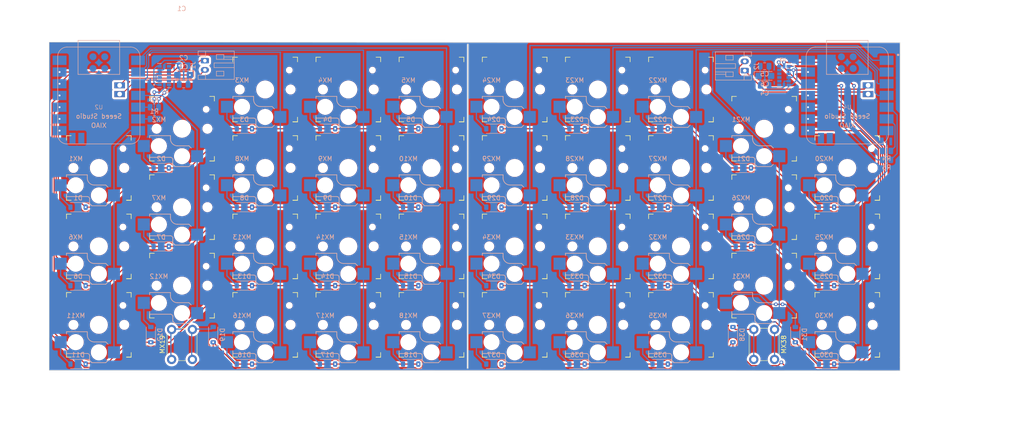
<source format=kicad_pcb>
(kicad_pcb (version 20221018) (generator pcbnew)
  (layers (0 "F.Cu" signal) (31 "B.Cu" signal) (34 "B.Paste" user) (35 "F.Paste" user) (36 "B.SilkS" user "B.Silkscreen") (37 "F.SilkS" user "F.Silkscreen") (38 "B.Mask" user) (39 "F.Mask" user) (44 "Edge.Cuts" user))
  (net 0 "")
  (net 1 "/Row0")
  (net 2 "Net-(D1-A)")
  (net 3 "Net-(D2-A)")
  (net 4 "Net-(D3-A)")
  (net 5 "Net-(D4-A)")
  (net 6 "Net-(D5-A)")
  (net 7 "/Row1")
  (net 8 "Net-(D6-A)")
  (net 9 "Net-(D7-A)")
  (net 10 "Net-(D8-A)")
  (net 11 "Net-(D9-A)")
  (net 12 "Net-(D10-A)")
  (net 13 "/Row2")
  (net 14 "Net-(D11-A)")
  (net 15 "Net-(D12-A)")
  (net 16 "Net-(D13-A)")
  (net 17 "Net-(D14-A)")
  (net 18 "Net-(D15-A)")
  (net 19 "/Row3")
  (net 20 "Net-(D16-A)")
  (net 21 "Net-(D17-A)")
  (net 22 "Net-(D18-A)")
  (net 23 "/Bat-")
  (net 24 "/Bat+")
  (net 25 "/Col0")
  (net 26 "/Col1")
  (net 27 "/Col2")
  (net 28 "/Col3")
  (net 29 "/Col4")
  (net 30 "/SCL")
  (net 31 "Net-(U2-P0.05_A5_D5_SCL)")
  (net 32 "/SDA")
  (net 33 "Net-(U2-P0.04_A4_D4_SDA)")
  (net 35 "GND")
  (net 37 "+3.3V")
  (net 49 "Net-(D19-A)")
  (net 50 "+3.3VA")
  (net 51 "GND1")
  (net 52 "/Row0B")
  (net 53 "Net-(D20-A)")
  (net 54 "/Row1B")
  (net 55 "Net-(D21-A)")
  (net 56 "/Row2B")
  (net 57 "Net-(D22-A)")
  (net 58 "Net-(D23-A)")
  (net 59 "Net-(D24-A)")
  (net 60 "Net-(D25-A)")
  (net 61 "/Row3B")
  (net 62 "Net-(D26-A)")
  (net 63 "Net-(D27-A)")
  (net 64 "Net-(D28-A)")
  (net 65 "Net-(D29-A)")
  (net 66 "Net-(D30-A)")
  (net 67 "Net-(D31-A)")
  (net 68 "Net-(D32-A)")
  (net 69 "Net-(D33-A)")
  (net 70 "Net-(D34-A)")
  (net 71 "Net-(D35-A)")
  (net 72 "Net-(D36-A)")
  (net 73 "Net-(D37-A)")
  (net 74 "Net-(D38-A)")
  (net 75 "/Bat-B")
  (net 76 "/Bat+B")
  (net 77 "/Col0B")
  (net 78 "/Col1B")
  (net 79 "/Col2B")
  (net 80 "/Col3B")
  (net 81 "/Col4B")
  (net 82 "/SDAB")
  (net 83 "Net-(U4-P0.04_A4_D4_SDA)")
  (net 84 "/SCLB")
  (net 85 "Net-(U4-P0.05_A5_D5_SCL)")
  (footprint "keySwitches:Kailh_socket_PG1350" (layer "F.Cu") (at 54 76.5)
    (fp_text reference "MX12")
    (fp_text value "MX-NoLED")
  )
  (footprint "keySwitches:Kailh_socket_PG1350" (layer "F.Cu") (at 36 68)
    (fp_text reference "MX6")
    (fp_text value "MX-NoLED")
  )
  (footprint "keySwitches:Kailh_socket_PG1350" (layer "F.Cu") (at 108 68)
    (fp_text reference "MX15")
    (fp_text value "MX-NoLED")
  )
  (footprint "keySwitches:Kailh_socket_PG1350" (layer "F.Cu") (at 180 76.5)
    (fp_text reference "MX31")
    (fp_text value "MX-NoLED")
  )
  (footprint "keySwitches:Kailh_socket_PG1350" (layer "F.Cu") (at 162 51)
    (fp_text reference "MX27")
    (fp_text value "MX-NoLED")
  )
  (footprint "keySwitches:Kailh_socket_PG1350" (layer "F.Cu") (at 108 34)
    (fp_text reference "MX5")
    (fp_text value "MX-NoLED")
  )
  (footprint "keySwitches:Kailh_socket_PG1350" (layer "F.Cu") (at 36 85)
    (fp_text reference "MX11")
    (fp_text value "MX-NoLED")
  )
  (footprint "Button_Switch_THT:SW_PUSH_6mm" (layer "F.Cu") (at 51.75 92.5 90)
    (fp_text reference "MX19")
    (fp_text value "MX-NoLED")
  )
  (footprint "keySwitches:Kailh_socket_PG1350" (layer "F.Cu") (at 126 51)
    (fp_text reference "MX29")
    (fp_text value "MX-NoLED")
  )
  (footprint "keySwitches:Kailh_socket_PG1350" (layer "F.Cu") (at 72 85)
    (fp_text reference "MX16")
    (fp_text value "MX-NoLED")
  )
  (footprint "Button_Switch_THT:SW_PUSH_6mm" (layer "F.Cu") (at 182.25 86 -90)
    (fp_text reference "MX38")
    (fp_text value "MX-NoLED")
  )
  (footprint "keySwitches:Kailh_socket_PG1350" (layer "F.Cu") (at 54 42.5)
    (fp_text reference "MX2")
    (fp_text value "MX-NoLED")
  )
  (footprint "keySwitches:Kailh_socket_PG1350" (layer "F.Cu") (at 108 51)
    (fp_text reference "MX10")
    (fp_text value "MX-NoLED")
  )
  (footprint "keySwitches:Kailh_socket_PG1350" (layer "F.Cu") (at 198 85)
    (fp_text reference "MX30")
    (fp_text value "MX-NoLED")
  )
  (footprint "keySwitches:Kailh_socket_PG1350" (layer "F.Cu") (at 126 68)
    (fp_text reference "MX34")
    (fp_text value "MX-NoLED")
  )
  (footprint "keySwitches:Kailh_socket_PG1350" (layer "F.Cu") (at 72 34)
    (fp_text reference "MX3")
    (fp_text value "MX-NoLED")
  )
  (footprint "keySwitches:Kailh_socket_PG1350" (layer "F.Cu") (at 180 42.5)
    (fp_text reference "MX21")
    (fp_text value "MX-NoLED")
  )
  (footprint "keySwitches:Kailh_socket_PG1350" (layer "F.Cu") (at 198 51)
    (fp_text reference "MX20")
    (fp_text value "MX-NoLED")
  )
  (footprint "keySwitches:Kailh_socket_PG1350" (layer "F.Cu") (at 54 59.5)
    (fp_text reference "MX7")
    (fp_text value "MX-NoLED")
  )
  (footprint "keySwitches:Kailh_socket_PG1350" (layer "F.Cu") (at 162 68)
    (fp_text reference "MX32")
    (fp_text value "MX-NoLED")
  )
  (footprint "keySwitches:Kailh_socket_PG1350" (layer "F.Cu") (at 72 68)
    (fp_text reference "MX13")
    (fp_text value "MX-NoLED")
  )
  (footprint "keySwitches:Kailh_socket_PG1350" (layer "F.Cu") (at 162 85)
    (fp_text reference "MX35")
    (fp_text value "MX-NoLED")
  )
  (footprint "keySwitches:Kailh_socket_PG1350" (layer "F.Cu") (at 144 68)
    (fp_text reference "MX33")
    (fp_text value "MX-NoLED")
  )
  (footprint "keySwitches:Kailh_socket_PG1350" (layer "F.Cu") (at 198 68)
    (fp_text reference "MX25")
    (fp_text value "MX-NoLED")
  )
  (footprint "keySwitches:Kailh_socket_PG1350" (layer "F.Cu") (at 90 68)
    (fp_text reference "MX14")
    (fp_text value "MX-NoLED")
  )
  (footprint "keySwitches:Kailh_socket_PG1350" (layer "F.Cu") (at 36 51)
    (fp_text reference "MX1")
    (fp_text value "MX-NoLED")
  )
  (footprint "keySwitches:Kailh_socket_PG1350" (layer "F.Cu") (at 72 51)
    (fp_text reference "MX8")
    (fp_text value "MX-NoLED")
  )
  (footprint "keySwitches:Kailh_socket_PG1350" (layer "F.Cu") (at 126 85)
    (fp_text reference "MX37")
    (fp_text value "MX-NoLED")
  )
  (footprint "keySwitches:Kailh_socket_PG1350" (layer "F.Cu") (at 144 51)
    (fp_text reference "MX28")
    (fp_text value "MX-NoLED")
  )
  (footprint "keySwitches:Kailh_socket_PG1350" (layer "F.Cu") (at 90 51)
    (fp_text reference "MX9")
    (fp_text value "MX-NoLED")
  )
  (footprint "keySwitches:Kailh_socket_PG1350" (layer "F.Cu") (at 144 34)
    (fp_text reference "MX23")
    (fp_text value "MX-NoLED")
  )
  (footprint "keySwitches:Kailh_socket_PG1350" (layer "F.Cu") (at 144 85)
    (fp_text reference "MX36")
    (fp_text value "MX-NoLED")
  )
  (footprint "keySwitches:Kailh_socket_PG1350" (layer "F.Cu") (at 90 85)
    (fp_text reference "MX17")
    (fp_text value "MX-NoLED")
  )
  (footprint "keySwitches:Kailh_socket_PG1350" (layer "F.Cu") (at 108 85)
    (fp_text reference "MX18")
    (fp_text value "MX-NoLED")
  )
  (footprint "keySwitches:Kailh_socket_PG1350" (layer "F.Cu") (at 90 34)
    (fp_text reference "MX4")
    (fp_text value "MX-NoLED")
  )
  (footprint "keySwitches:Kailh_socket_PG1350" (layer "F.Cu") (at 126 34)
    (fp_text reference "MX24")
    (fp_text value "MX-NoLED")
  )
  (footprint "keySwitches:Kailh_socket_PG1350" (layer "F.Cu") (at 162 34)
    (fp_text reference "MX22")
    (fp_text value "MX-NoLED")
  )
  (footprint "keySwitches:Kailh_socket_PG1350" (layer "F.Cu") (at 180 59.5)
    (fp_text reference "MX26")
    (fp_text value "MX-NoLED")
  )
  (footprint "Diode_SMD:D_SOD-123" (layer "B.Cu") (at 139.5 93.5 180)
    (fp_text reference "D36")
    (fp_text value "D_Small")
  )
  (footprint "Diode_SMD:D_SOD-123" (layer "B.Cu") (at 67.5 59.5 180)
    (fp_text reference "D8")
    (fp_text value "D_Small")
  )
  (footprint "Diode_SMD:D_SOD-123" (layer "B.Cu") (at 193.5 76.5 180)
    (fp_text reference "D25")
    (fp_text value "D_Small")
  )
  (footprint "Connector_JST:JST_PH_S2B-PH-K_1x02_P2.00mm_Horizontal" (layer "B.Cu") (at 175.8 29.9 90)
    (fp_text reference "J2")
    (fp_text value "Conn_01x02")
  )
  (footprint "Diode_SMD:D_SOD-123" (layer "B.Cu") (at 157.5 59.5 180)
    (fp_text reference "D27")
    (fp_text value "D_Small")
  )
  (footprint "Diode_SMD:D_SOD-123" (layer "B.Cu") (at 47.25 87.125 90)
    (fp_text reference "D12")
    (fp_text value "D_Small")
  )
  (footprint "Diode_SMD:D_SOD-123" (layer "B.Cu") (at 31.5 59.5 180)
    (fp_text reference "D1")
    (fp_text value "D_Small")
  )
  (footprint "Capacitor_Tantalum_SMD:CP_EIA-3216-18_Kemet-A" (layer "B.Cu") (at 180.15 31.05)
    (fp_text reference "C6")
    (fp_text value "C_Polarized_US")
  )
  (footprint "Diode_SMD:D_SOD-123" (layer "B.Cu") (at 31.5 76.5 180)
    (fp_text reference "D6")
    (fp_text value "D_Small")
  )
  (footprint "Diode_SMD:D_SOD-123" (layer "B.Cu") (at 85.5 59.5 180)
    (fp_text reference "D9")
    (fp_text value "D_Small")
  )
  (footprint "Diode_SMD:D_SOD-123" (layer "B.Cu") (at 121.5 42.5 180)
    (fp_text reference "D24")
    (fp_text value "D_Small")
  )
  (footprint "Diode_SMD:D_SOD-123" (layer "B.Cu") (at 173.25 87.125 90)
    (fp_text reference "D38")
    (fp_text value "D_Small")
  )
  (footprint "Diode_SMD:D_SOD-123" (layer "B.Cu") (at 157.5 93.5 180)
    (fp_text reference "D35")
    (fp_text value "D_Small")
  )
  (footprint "Diode_SMD:D_SOD-123" (layer "B.Cu") (at 193.5 59.5 180)
    (fp_text reference "D20")
    (fp_text value "D_Small")
  )
  (footprint "Capacitor_SMD:C_0805_2012Metric" (layer "B.Cu") (at 180.1 28.95)
    (fp_text reference "C5")
    (fp_text value "C")
  )
  (footprint "ADXL345:PQFN80P500X300X100-14N" (layer "B.Cu") (at 50.165 30.988)
    (fp_text reference "U1")
    (fp_text value "ADXL345")
  )
  (footprint "Diode_SMD:D_SOD-123" (layer "B.Cu") (at 139.5 59.5 180)
    (fp_text reference "D28")
    (fp_text value "D_Small")
  )
  (footprint "Diode_SMD:D_SOD-123" (layer "B.Cu") (at 60.75 87.125 90)
    (fp_text reference "D19")
    (fp_text value "D_Small")
  )
  (footprint "Diode_SMD:D_SOD-123" (layer "B.Cu") (at 67.5 76.5 180)
    (fp_text reference "D13")
    (fp_text value "D_Small")
  )
  (footprint "Diode_SMD:D_SOD-123" (layer "B.Cu") (at 139.5 42.5 180)
    (fp_text reference "D23")
    (fp_text value "D_Small")
  )
  (footprint "Capacitor_SMD:C_0805_2012Metric" (layer "B.Cu") (at 54.356 28.829 180)
    (fp_text reference "C2")
    (fp_text value "C")
  )
  (footprint "Diode_SMD:D_SOD-123" (layer "B.Cu") (at 67.5 42.5 180)
    (fp_text reference "D3")
    (fp_text value "D_Small")
  )
  (footprint "Seeed Studio XIAO Series Library:XIAO-nRF52840-Sense-14P-2.54-21X17.8MM" (layer "B.Cu") (at 36 35.295 180)
    (fp_text reference "U2")
    (fp_text value "Seeed Studio XIAO nRF52840" hide)
  )
  (footprint "Diode_SMD:D_SOD-123" (layer "B.Cu") (at 85.5 93.5 180)
    (fp_text reference "D17")
    (fp_text value "D_Small")
  )
  (footprint "Capacitor_Tantalum_SMD:CP_EIA-3216-18_Kemet-A" (layer "B.Cu") (at 54.356 30.861 180)
    (fp_text reference "C3")
    (fp_text value "C_Polarized_US")
  )
  (footprint "Diode_SMD:D_SOD-123" (layer "B.Cu") (at 103.5 76.5 180)
    (fp_text reference "D15")
    (fp_text value "D_Small")
  )
  (footprint "Resistor_SMD:R_0805_2012Metric" (layer "B.Cu") (at 206.5 49.25)
    (fp_text reference "R3")
    (fp_text value "R")
  )
  (footprint "Resistor_SMD:R_0805_2012Metric" (layer "B.Cu") (at 48.006 37.846 180)
    (fp_text reference "R2")
    (fp_text value "R")
  )
  (footprint "Diode_SMD:D_SOD-123" (layer "B.Cu") (at 121.5 76.5 180)
    (fp_text reference "D34")
    (fp_text value "D_Small")
  )
  (footprint "Seeed Studio XIAO Series Library:XIAO-nRF52840-Sense-14P-2.54-21X17.8MM" (layer "B.Cu") (at 198 35.295 180)
    (fp_text reference "U4")
    (fp_text value "Seeed Studio XIAO nRF52840" hide)
  )
  (footprint "Diode_SMD:D_SOD-123" (layer "B.Cu") (at 157.5 76.5 180)
    (fp_text reference "D32")
    (fp_text value "D_Small")
  )
  (footprint "Diode_SMD:D_SOD-123" (layer "B.Cu") (at 103.5 93.5 180)
    (fp_text reference "D18")
    (fp_text value "D_Small")
  )
  (footprint "Diode_SMD:D_SOD-123" (layer "B.Cu") (at 85.5 42.5 180)
    (fp_text reference "D4")
    (fp_text value "D_Small")
  )
  (footprint "Diode_SMD:D_SOD-123" (layer "B.Cu") (at 175.5 51 180)
    (fp_text reference "D21")
    (fp_text value "D_Small")
  )
  (footprint "Diode_SMD:D_SOD-123" (layer "B.Cu") (at 121.5 59.5 180)
    (fp_text reference "D29")
    (fp_text value "D_Small")
  )
  (footprint "Diode_SMD:D_SOD-123" (layer "B.Cu") (at 67.5 93.5 180)
    (fp_text reference "D16")
    (fp_text value "D_Small")
  )
  (footprint "Diode_SMD:D_SOD-123" (layer "B.Cu") (at 139.5 76.5 180)
    (fp_text reference "D33")
    (fp_text value "D_Small")
  )
  (footprint "ADXL345:PQFN80P500X300X100-14N" (layer "B.Cu") (at 184.3 30.988 180)
    (fp_text reference "U3")
    (fp_text value "ADXL345")
  )
  (footprint "Diode_SMD:D_SOD-123" (layer "B.Cu") (at 193.5 93.5 180)
    (fp_text reference "D30")
    (fp_text value "D_Small")
  )
  (footprint "Diode_SMD:D_SOD-123" (layer "B.Cu") (at 49.5 68 180)
    (fp_text reference "D7")
    (fp_text value "D_Small")
  )
  (footprint "Resistor_SMD:R_0805_2012Metric" (layer "B.Cu") (at 48.006 40.386 180)
    (fp_text reference "R1")
    (fp_text value "R")
  )
  (footprint "Diode_SMD:D_SOD-123" (layer "B.Cu") (at 121.5 93.5 180)
    (fp_text reference "D37")
    (fp_text value "D_Small")
  )
  (footprint "Diode_SMD:D_SOD-123" (layer "B.Cu") (at 31.5 93.5 180)
    (fp_text reference "D11")
    (fp_text value "D_Small")
  )
  (footprint "Capacitor_SMD:C_0805_2012Metric" (layer "B.Cu") (at 180.1 33.1)
    (fp_text reference "C4")
    (fp_text value "C")
  )
  (footprint "Diode_SMD:D_SOD-123" (layer "B.Cu") (at 49.5 51 180)
    (fp_text reference "D2")
    (fp_text value "D_Small")
  )
  (footprint "Resistor_SMD:R_0805_2012Metric" (layer "B.Cu") (at 206.5 47.3)
    (fp_text reference "R4")
    (fp_text value "R")
  )
  (footprint "Diode_SMD:D_SOD-123" (layer "B.Cu") (at 175.5 68 180)
    (fp_text reference "D26")
    (fp_text value "D_Small")
  )
  (footprint "Connector_JST:JST_PH_S2B-PH-K_1x02_P2.00mm_Horizontal" (layer "B.Cu") (at 58.95 27.75 -90)
    (fp_text reference "J1")
    (fp_text value "Conn_01x02")
  )
  (footprint "Diode_SMD:D_SOD-123" (layer "B.Cu") (at 157.5 42.5 180)
    (fp_text reference "D22")
    (fp_text value "D_Small")
  )
  (footprint "Diode_SMD:D_SOD-123" (layer "B.Cu") (at 103.5 42.5 180)
    (fp_text reference "D5")
    (fp_text value "D_Small")
  )
  (footprint "Diode_SMD:D_SOD-123" (layer "B.Cu") (at 103.5 59.5 180)
    (fp_text reference "D10")
    (fp_text value "D_Small")
  )
  (footprint "Diode_SMD:D_SOD-123" (layer "B.Cu") (at 85.5 76.5 180)
    (fp_text reference "D14")
    (fp_text value "D_Small")
  )
  (footprint "Diode_SMD:D_SOD-123" (layer "B.Cu") (at 186.75 87.125 90)
    (fp_text reference "D31")
    (fp_text value "D_Small")
  )
  (footprint "Capacitor_SMD:C_0805_2012Metric" (layer "B.Cu") (at 54.356 32.893 180)
    (fp_text reference "C1")
    (fp_text value "C")
  )
  (gr_line (start 25.25 26.7) (end 25.25 23.75) (stroke (width 0.1)) (layer "Edge.Cuts"))
  (gr_line (start 115.7 94.45) (end 115.75 24.15) (stroke (width 0.1)) (layer "Edge.Cuts"))
  (gr_line (start 209.4 23.85) (end 208.45 23.85) (stroke (width 0.1)) (layer "Edge.Cuts"))
  (gr_line (start 209.4 92.05) (end 209.4 94.9) (stroke (width 0.1)) (layer "Edge.Cuts"))
  (gr_line (start 158.55 23.85) (end 208.45 23.85) (stroke (width 0.1)) (layer "Edge.Cuts"))
  (gr_line (start 115.95 89.1) (end 115.95 94.45) (stroke (width 0.1)) (layer "Edge.Cuts"))
  (gr_line (start 25.25 60.9) (end 25.25 26.7) (stroke (width 0.1)) (layer "Edge.Cuts"))
  (gr_line (start 25.25 23.75) (end 25.7 23.75) (stroke (width 0.1)) (layer "Edge.Cuts"))
  (gr_line (start 30.25 94.85) (end 26.05 94.85) (stroke (width 0.1)) (layer "Edge.Cuts"))
  (gr_line (start 115.75 24.15) (end 116 24.15) (stroke (width 0.1)) (layer "Edge.Cuts"))
  (gr_line (start 25.25 94.45) (end 25.25 94.85) (stroke (width 0.1)) (layer "Edge.Cuts"))
  (gr_line (start 190.35 94.9) (end 30.25 94.85) (stroke (width 0.1)) (layer "Edge.Cuts"))
  (gr_line (start 190.35 94.9) (end 208.95 94.9) (stroke (width 0.1)) (layer "Edge.Cuts"))
  (gr_line (start 115.95 94.45) (end 115.7 94.45) (stroke (width 0.1)) (layer "Edge.Cuts"))
  (gr_line (start 209.4 40.7) (end 209.4 92.05) (stroke (width 0.1)) (layer "Edge.Cuts"))
  (gr_line (start 25.25 60.9) (end 25.25 94.45) (stroke (width 0.1)) (layer "Edge.Cuts"))
  (gr_line (start 116 24.15) (end 115.95 89.1) (stroke (width 0.1)) (layer "Edge.Cuts"))
  (gr_line (start 209.4 94.9) (end 208.95 94.9) (stroke (width 0.1)) (layer "Edge.Cuts"))
  (gr_line (start 209.4 40.7) (end 209.4 23.85) (stroke (width 0.1)) (layer "Edge.Cuts"))
  (gr_line (start 25.25 94.85) (end 26.05 94.85) (stroke (width 0.1)) (layer "Edge.Cuts"))
  (gr_line (start 158.55 23.85) (end 25.7 23.75) (stroke (width 0.1)) (layer "Edge.Cuts"))
  (segment (start 46.15 51) (end 37.65 59.5) (width 0.25) (layer "F.Cu") (net 1))
  (segment (start 33.15 59.5) (end 33.09835 59.5) (width 0.25) (layer "F.Cu") (net 1))
  (segment (start 27.225 43.19) (end 27.5 42.915) (width 0.25) (layer "F.Cu") (net 1))
  (segment (start 87.15 42.5) (end 69.15 42.5) (width 0.25) (layer "F.Cu") (net 1))
  (segment (start 51.15 51) (end 46.15 51) (width 0.25) (layer "F.Cu") (net 1))
  (segment (start 69.15 42.5) (end 64.15 42.5) (width 0.25) (layer "F.Cu") (net 1))
  (segment (start 27.225 53.62665) (end 27.225 43.19) (width 0.25) (layer "F.Cu") (net 1))
  (segment (start 37.65 59.5) (end 33.15 59.5) (width 0.25) (layer "F.Cu") (net 1))
  (segment (start 64.15 42.5) (end 55.65 51) (width 0.25) (layer "F.Cu") (net 1))
  (segment (start 33.09835 59.5) (end 27.225 53.62665) (width 0.25) (layer "F.Cu") (net 1))
  (segment (start 55.65 51) (end 51.15 51) (width 0.25) (layer "F.Cu") (net 1))
  (segment (start 105.15 42.5) (end 87.15 42.5) (width 0.25) (layer "F.Cu") (net 1))
  (via (at 87.15 42.5) (size 0.8) (drill 0.4) (layers "F.Cu" "B.Cu") (net 1))
  (via (at 27.5 42.915) (size 0.8) (drill 0.4) (layers "F.Cu" "B.Cu") (net 1))
  (via (at 51.15 51) (size 0.8) (drill 0.4) (layers "F.Cu" "B.Cu") (net 1))
  (via (at 69.15 42.5) (size 0.8) (drill 0.4) (layers "F.Cu" "B.Cu") (net 1))
  (via (at 33.15 59.5) (size 0.8) (drill 0.4) (layers "F.Cu" "B.Cu") (net 1))
  (via (at 105.15 42.5) (size 0.8) (drill 0.4) (layers "F.Cu" "B.Cu") (net 1))
  (segment (start 27.725 57.375) (end 29.85 59.5) (width 0.25) (layer "B.Cu") (net 2))
  (segment (start 27.725 54.75) (end 27.725 57.375) (width 0.25) (layer "B.Cu") (net 2))
  (segment (start 45.725 48.875) (end 47.85 51) (width 0.25) (layer "B.Cu") (net 3))
  (segment (start 45.725 46.25) (end 45.725 48.875) (width 0.25) (layer "B.Cu") (net 3))
  (segment (start 63.725 37.75) (end 63.725 40.375) (width 0.25) (layer "B.Cu") (net 4))
  (segment (start 63.725 40.375) (end 65.85 42.5) (width 0.25) (layer "B.Cu") (net 4))
  (segment (start 81.725 37.75) (end 81.725 40.375) (width 0.25) (layer "B.Cu") (net 5))
  (segment (start 81.725 40.375) (end 83.85 42.5) (width 0.25) (layer "B.Cu") (net 5))
  (segment (start 99.725 40.375) (end 101.85 42.5) (width 0.25) (layer "B.Cu") (net 6))
  (segment (start 99.725 37.75) (end 99.725 40.375) (width 0.25) (layer "B.Cu") (net 6))
  (segment (start 64.15 59.5) (end 55.65 68) (width 0.25) (layer "F.Cu") (net 7))
  (segment (start 26.775 41.1) (end 27.5 40.375) (width 0.25) (layer "F.Cu") (net 7))
  (segment (start 33.09835 76.5) (end 26.775 70.17665) (width 0.25) (layer "F.Cu") (net 7))
  (segment (start 33.15 76.5) (end 33.09835 76.5) (width 0.25) (layer "F.Cu") (net 7))
  (segment (start 55.65 68) (end 51.15 68) (width 0.25) (layer "F.Cu") (net 7))
  (segment (start 51.15 68) (end 46.15 68) (width 0.25) (layer "F.Cu") (net 7))
  (segment (start 46.15 68) (end 37.65 76.5) (width 0.25) (layer "F.Cu") (net 7))
  (segment (start 105.15 59.5) (end 87.15 59.5) (width 0.25) (layer "F.Cu") (net 7))
  (segment (start 69.15 59.5) (end 64.15 59.5) (width 0.25) (layer "F.Cu") (net 7))
  (segment (start 37.65 76.5) (end 33.15 76.5) (width 0.25) (layer "F.Cu") (net 7))
  (segment (start 26.775 70.17665) (end 26.775 41.1) (width 0.25) (layer "F.Cu") (net 7))
  (segment (start 87.15 59.5) (end 69.15 59.5) (width 0.25) (layer "F.Cu") (net 7))
  (via (at 87.15 59.5) (size 0.8) (drill 0.4) (layers "F.Cu" "B.Cu") (net 7))
  (via (at 69.15 59.5) (size 0.8) (drill 0.4) (layers "F.Cu" "B.Cu") (net 7))
  (via (at 105.15 59.5) (size 0.8) (drill 0.4) (layers "F.Cu" "B.Cu") (net 7))
  (via (at 51.15 68) (size 0.8) (drill 0.4) (layers "F.Cu" "B.Cu") (net 7))
  (via (at 33.15 76.5) (size 0.8) (drill 0.4) (layers "F.Cu" "B.Cu") (net 7))
  (via (at 27.5 40.375) (size 0.8) (drill 0.4) (layers "F.Cu" "B.Cu") (net 7))
  (segment (start 27.725 74.375) (end 29.85 76.5) (width 0.25) (layer "B.Cu") (net 8))
  (segment (start 27.725 71.75) (end 27.725 74.375) (width 0.25) (layer "B.Cu") (net 8))
  (segment (start 45.725 63.25) (end 45.725 65.875) (width 0.25) (layer "B.Cu") (net 9))
  (segment (start 45.725 65.875) (end 47.85 68) (width 0.25) (layer "B.Cu") (net 9))
  (segment (start 63.725 57.375) (end 65.85 59.5) (width 0.25) (layer "B.Cu") (net 10))
  (segment (start 63.725 54.75) (end 63.725 57.375) (width 0.25) (layer "B.Cu") (net 10))
  (segment (start 81.725 54.75) (end 81.725 57.375) (width 0.25) (layer "B.Cu") (net 11))
  (segment (start 81.725 57.375) (end 83.85 59.5) (width 0.25) (layer "B.Cu") (net 11))
  (segment (start 99.725 57.375) (end 101.85 59.5) (width 0.25) (layer "B.Cu") (net 12))
  (segment (start 99.725 54.75) (end 99.725 57.375) (width 0.25) (layer "B.Cu") (net 12))
  (segment (start 87.15 76.5) (end 69.15 76.5) (width 0.25) (layer "F.Cu") (net 13))
  (segment (start 37.818277 93.331723) (end 42.375 88.775) (width 0.25) (layer "F.Cu") (net 13))
  (segment (start 26.325 86.72665) (end 26.325 39.01) (width 0.25) (layer "F.Cu") (net 13))
  (segment (start 33.15 93.5) (end 33.318277 93.331723) (width 0.25) (layer "F.Cu") (net 13))
  (segment (start 69.15 76.5) (end 63.628167 76.5) (width 0.25) (layer "F.Cu") (net 13))
  (segment (start 33.15 93.5) (end 33.09835 93.5) (width 0.25) (layer "F.Cu") (net 13))
  (segment (start 26.325 39.01) (end 27.5 37.835) (width 0.25) (layer "F.Cu") (net 13))
  (segment (start 42.375 88.775) (end 47.25 88.775) (width 0.25) (layer "F.Cu") (net 13))
  (segment (start 33.09835 93.5) (end 26.325 86.72665) (width 0.25) (layer "F.Cu") (net 13))
  (segment (start 33.318277 93.331723) (end 37.818277 93.331723) (width 0.25) (layer "F.Cu") (net 13))
  (segment (start 63.628167 76.5) (end 51.353167 88.775) (width 0.25) (layer "F.Cu") (net 13))
  (segment (start 51.353167 88.775) (end 47.25 88.775) (width 0.25) (layer "F.Cu") (net 13))
  (segment (start 105.15 76.5) (end 87.15 76.5) (width 0.25) (layer "F.Cu") (net 13))
  (via (at 87.15 76.5) (size 0.8) (drill 0.4) (layers "F.Cu" "B.Cu") (net 13))
  (via (at 33.15 93.5) (size 0.8) (drill 0.4) (layers "F.Cu" "B.Cu") (net 13))
  (via (at 69.15 76.5) (size 0.8) (drill 0.4) (layers "F.Cu" "B.Cu") (net 13))
  (via (at 47.25 88.775) (size 0.8) (drill 0.4) (layers "F.Cu" "B.Cu") (net 13))
  (via (at 105.15 76.5) (size 0.8) (drill 0.4) (layers "F.Cu" "B.Cu") (net 13))
  (via (at 27.5 37.835) (size 0.8) (drill 0.4) (layers "F.Cu" "B.Cu") (net 13))
  (segment (start 27.725 91.375) (end 29.85 93.5) (width 0.25) (layer "B.Cu") (net 14))
  (segment (start 27.725 88.75) (end 27.725 91.375) (width 0.25) (layer "B.Cu") (net 14))
  (segment (start 45.725 80.25) (end 45.725 83.95) (width 0.25) (layer "B.Cu") (net 15))
  (segment (start 45.725 83.95) (end 47.25 85.475) (width 0.25) (layer "B.Cu") (net 15))
  (segment (start 63.725 74.375) (end 65.85 76.5) (width 0.25) (layer "B.Cu") (net 16))
  (segment (start 63.725 71.75) (end 63.725 74.375) (width 0.25) (layer "B.Cu") (net 16))
  (segment (start 81.725 71.75) (end 81.725 74.375) (width 0.25) (layer "B.Cu") (net 17))
  (segment (start 81.725 74.375) (end 83.85 76.5) (width 0.25) (layer "B.Cu") (net 17))
  (segment (start 99.725 71.75) (end 99.725 74.375) (width 0.25) (layer "B.Cu") (net 18))
  (segment (start 99.725 74.375) (end 101.85 76.5) (width 0.25) (layer "B.Cu") (net 18))
  (segment (start 60.75 88.775) (end 60.75 89.999) (width 0.25) (layer "F.Cu") (net 19))
  (segment (start 60.75 89.999) (end 56.524 94.225) (width 0.25) (layer "F.Cu") (net 19))
  (segment (start 69.15 93.5) (end 65.475 93.5) (width 0.25) (layer "F.Cu") (net 19))
  (segment (start 56.524 94.225) (end 32.849695 94.225) (width 0.25) (layer "F.Cu") (net 19))
  (segment (start 87.15 93.5) (end 69.15 93.5) (width 0.25) (layer "F.Cu") (net 19))
  (segment (start 65.475 93.5) (end 60.75 88.775) (width 0.25) (layer "F.Cu") (net 19))
  (segment (start 32.849695 94.225) (end 25.875 87.250305) (width 0.25) (layer "F.Cu") (net 19))
  (segment (start 25.875 36.92) (end 27.5 35.295) (width 0.25) (layer "F.Cu") (net 19))
  (segment (start 25.875 87.250305) (end 25.875 36.92) (width 0.25) (layer "F.Cu") (net 19))
  (segment (start 105.15 93.5) (end 87.15 93.5) (width 0.25) (layer "F.Cu") (net 19))
  (via (at 105.15 93.5) (size 0.8) (drill 0.4) (layers "F.Cu" "B.Cu") (net 19))
  (via (at 60.75 88.775) (size 0.8) (drill 0.4) (layers "F.Cu" "B.Cu") (net 19))
  (via (at 69.15 93.5) (size 0.8) (drill 0.4) (layers "F.Cu" "B.Cu") (net 19))
  (via (at 27.5 35.295) (size 0.8) (drill 0.4) (layers "F.Cu" "B.Cu") (net 19))
  (via (at 87.15 93.5) (size 0.8) (drill 0.4) (layers "F.Cu" "B.Cu") (net 19))
  (segment (start 63.725 91.375) (end 65.85 93.5) (width 0.25) (layer "B.Cu") (net 20))
  (segment (start 63.725 88.75) (end 63.725 91.375) (width 0.25) (layer "B.Cu") (net 20))
  (segment (start 81.725 91.375) (end 83.85 93.5) (width 0.25) (layer "B.Cu") (net 21))
  (segment (start 81.725 88.75) (end 81.725 91.375) (width 0.25) (layer "B.Cu") (net 21))
  (segment (start 99.725 88.75) (end 99.725 91.375) (width 0.25) (layer "B.Cu") (net 22))
  (segment (start 99.725 91.375) (end 101.85 93.5) (width 0.25) (layer "B.Cu") (net 22))
  (segment (start 56.406 31.15095) (end 56.406 29.256) (width 0.2) (layer "F.Cu") (net 23))
  (segment (start 56.4 29.25) (end 57.9 27.75) (width 0.2) (layer "F.Cu") (net 23))
  (segment (start 55.99595 31.561) (end 56.406 31.15095) (width 0.2) (layer "F.Cu") (net 23))
  (segment (start 42.034 31.561) (end 55.99595 31.561) (width 0.2) (layer "F.Cu") (net 23))
  (segment (start 56.406 29.256) (end 56.4 29.25) (width 0.2) (layer "F.Cu") (net 23))
  (segment (start 40.5 33.095) (end 42.034 31.561) (width 0.2) (layer "F.Cu") (net 23))
  (segment (start 57.9 27.75) (end 58.95 27.75) (width 0.2) (layer "F.Cu") (net 23))
  (segment (start 44.034 31.961) (end 54.05 31.961) (width 0.2) (layer "F.Cu") (net 24))
  (segment (start 41 34.995) (end 44.034 31.961) (width 0.2) (layer "F.Cu") (net 24))
  (segment (start 58.95 29.75) (end 56.739 31.961) (width 0.2) (layer "F.Cu") (net 24))
  (segment (start 40.5 34.995) (end 41 34.995) (width 0.2) (layer "F.Cu") (net 24))
  (segment (start 56.739 31.961) (end 54.05 31.961) (width 0.2) (layer "F.Cu") (net 24))
  (segment (start 39.275 56.95) (end 39.275 46.39) (width 0.25) (layer "B.Cu") (net 25))
  (segment (start 39.275 46.39) (end 42.75 42.915) (width 0.25) (layer "B.Cu") (net 25))
  (segment (start 39.275 73.95) (end 39.275 90.95) (width 0.25) (layer "B.Cu") (net 25))
  (segment (start 42.75 42.915) (end 44.5 42.915) (width 0.25) (layer "B.Cu") (net 25))
  (segment (start 39.275 56.95) (end 39.275 73.95) (width 0.25) (layer "B.Cu") (net 25))
  (segment (start 57.275 65.45) (end 57.275 48.45) (width 0.25) (layer "B.Cu") (net 26))
  (segment (start 53.821 85.904) (end 51.598 85.904) (width 0.25) (layer "B.Cu") (net 26))
  (segment (start 49.749999 35.295) (end 44.5 35.295) (width 0.25) (layer "B.Cu") (net 26))
  (segment (start 57.275 42.820001) (end 49.749999 35.295) (width 0.25) (layer "B.Cu") (net 26))
  (segment (start 51.598 85.904) (end 51.598 92.404) (width 0.25) (layer "B.Cu") (net 26))
  (segment (start 57.275 82.45) (end 53.821 85.904) (width 0.25) (layer "B.Cu") (net 26))
  (segment (start 57.275 82.45) (end 57.275 65.45) (width 0.25) (layer "B.Cu") (net 26))
  (segment (start 57.275 48.45) (end 57.275 42.820001) (width 0.25) (layer "B.Cu") (net 26))
  (segment (start 47.557396 25.919) (end 46.775 26.701396) (width 0.25) (layer "B.Cu") (net 27))
  (segment (start 46.511396 31.353604) (end 45.11 32.755) (width 0.25) (layer "B.Cu") (net 27))
  (segment (start 45.11 32.755) (end 44.5 32.755) (width 0.25) (layer "B.Cu") (net 27))
  (segment (start 75.275 56.95) (end 75.275 73.95) (width 0.25) (layer "B.Cu") (net 27))
  (segment (start 75.275 73.95) (end 75.275 90.95) (width 0.25) (layer "B.Cu") (net 27))
  (segment (start 75.275 39.95) (end 75.275 25.919) (width 0.25) (layer "B.Cu") (net 27))
  (segment (start 75.275 39.95) (end 75.275 56.95) (width 0.25) (layer "B.Cu") (net 27))
  (segment (start 46.775 26.701396) (end 46.775 29.076396) (width 0.25) (layer "B.Cu") (net 27))
  (segment (start 75.275 25.919) (end 47.557396 25.919) (width 0.25) (layer "B.Cu") (net 27))
  (segment (start 46.775 29.076396) (end 46.511396 29.34) (width 0.25) (layer "B.Cu") (net 27))
  (segment (start 46.511396 29.34) (end 46.511396 31.353604) (width 0.25) (layer "B.Cu") (net 27))
  (segment (start 93.275 39.95) (end 93.275 56.95) (width 0.25) (layer "B.Cu") (net 28))
  (segment (start 47.371 25.469) (end 46.325 26.515) (width 0.25) (layer "B.Cu") (net 28))
  (segment (start 93.275 73.95) (end 93.275 90.95) (width 0.25) (layer "B.Cu") (net 28))
  (segment (start 46.325 28.89) (end 45 30.215) (width 0.25) (layer "B.Cu") (net 28))
  (segment (start 93.275 25.526) (end 93.218 25.469) (width 0.25) (layer "B.Cu") (net 28))
  (segment (start 45 30.215) (end 44.5 30.215) (width 0.25) (layer "B.Cu") (net 28))
  (segment (start 93.275 56.95) (end 93.275 73.95) (width 0.25) (layer "B.Cu") (net 28))
  (segment (start 93.218 25.469) (end 47.371 25.469) (width 0.25) (layer "B.Cu") (net 28))
  (segment (start 93.275 39.95) (end 93.275 25.526) (width 0.25) (layer "B.Cu") (net 28))
  (segment (start 46.325 26.515) (end 46.325 28.89) (width 0.25) (layer "B.Cu") (net 28))
  (segment (start 111.275 90.95) (end 111.275 73.95) (width 0.25) (layer "B.Cu") (net 29))
  (segment (start 111.275 56.95) (end 111.275 73.95) (width 0.25) (layer "B.Cu") (net 29))
  (segment (start 111.275 56.95) (end 111.275 39.95) (width 0.25) (layer "B.Cu") (net 29))
  (segment (start 111.252 30.053) (end 111.275 30.076) (width 0.25) (layer "B.Cu") (net 29))
  (segment (start 111.252 25.019) (end 111.252 30.053) (width 0.25) (layer "B.Cu") (net 29))
  (segment (start 111.275 30.076) (end 111.275 39.95) (width 0.25) (layer "B.Cu") (net 29))
  (segment (start 44.5 27.675) (end 47.156 25.019) (width 0.25) (layer "B.Cu") (net 29))
  (segment (start 47.156 25.019) (end 111.252 25.019) (width 0.25) (layer "B.Cu") (net 29))
  (segment (start 48.006 36.0195) (end 48.006 34.5705) (width 0.25) (layer "F.Cu") (net 30))
  (via (at 48.006 34.5705) (size 0.8) (drill 0.4) (layers "F.Cu" "B.Cu") (net 30))
  (via (at 48.006 36.0195) (size 0.8) (drill 0.4) (layers "F.Cu" "B.Cu") (net 30))
  (segment (start 48.006 39.4735) (end 48.006 36.0195) (width 0.25) (layer "B.Cu") (net 30))
  (segment (start 48.006 34.5705) (end 49.3025 34.5705) (width 0.25) (layer "B.Cu") (net 30))
  (segment (start 48.9185 40.386) (end 48.006 39.4735) (width 0.25) (layer "B.Cu") (net 30))
  (segment (start 50.165 33.708) (end 50.165 32.998) (width 0.25) (layer "B.Cu") (net 30))
  (segment (start 49.3025 34.5705) (end 50.165 33.708) (width 0.25) (layer "B.Cu") (net 30))
  (segment (start 44.5 40.375) (end 47.0825 40.375) (width 0.25) (layer "B.Cu") (net 31))
  (segment (start 47.0825 40.375) (end 47.0935 40.386) (width 0.25) (layer "B.Cu") (net 31))
  (segment (start 49.005503 35.892096) (end 50.183269 34.71433) (width 0.25) (layer "F.Cu") (net 32))
  (segment (start 49.005503 36.0195) (end 49.005503 35.892096) (width 0.25) (layer "F.Cu") (net 32))
  (via (at 50.183269 34.71433) (size 0.8) (drill 0.4) (layers "F.Cu" "B.Cu") (net 32))
  (via (at 49.005503 36.0195) (size 0.8) (drill 0.4) (layers "F.Cu" "B.Cu") (net 32))
  (segment (start 50.183269 34.71433) (end 51.175 33.722599) (width 0.25) (layer "B.Cu") (net 32))
  (segment (start 48.9185 37.846) (end 48.9185 36.106503) (width 0.25) (layer "B.Cu") (net 32))
  (segment (start 51.175 33.722599) (end 51.175 32.988) (width 0.25) (layer "B.Cu") (net 32))
  (segment (start 48.9185 36.106503) (end 49.005503 36.0195) (width 0.25) (layer "B.Cu") (net 32))
  (segment (start 44.5 37.835) (end 47.0825 37.835) (width 0.25) (layer "B.Cu") (net 33))
  (segment (start 47.0825 37.835) (end 47.0935 37.846) (width 0.25) (layer "B.Cu") (net 33))
  (segment (start 52.02 30.215) (end 53.406 28.829) (width 0.25) (layer "F.Cu") (net 35))
  (segment (start 27.5 30.215) (end 52.02 30.215) (width 0.25) (layer "F.Cu") (net 35))
  (via (at 27.5 30.215) (size 0.8) (drill 0.4) (layers "F.Cu" "B.Cu") (net 35))
  (via (at 53.406 28.829) (size 0.8) (drill 0.4) (layers "F.Cu" "B.Cu") (net 35))
  (segment (start 53.406 28.829) (end 53.406 30.461) (width 0.25) (layer "B.Cu") (net 35))
  (segment (start 48.37 30.663) (end 48.445 30.588) (width 0.25) (layer "B.Cu") (net 35))
  (segment (start 49.865 29.788) (end 50.165 29.488) (width 0.25) (layer "B.Cu") (net 35))
  (segment (start 48.445 30.588) (end 49.155 30.588) (width 0.25) (layer "B.Cu") (net 35))
  (segment (start 50.165 29.488) (end 50.165 28.978) (width 0.25) (layer "B.Cu") (net 35))
  (segment (start 49.155 29.788) (end 49.865 29.788) (width 0.25) (layer "B.Cu") (net 35))
  (segment (start 53.406 31.261) (end 53.006 30.861) (width 0.25) (layer "B.Cu") (net 35))
  (segment (start 52.935 28.358) (end 50.39 28.358) (width 0.25) (layer "B.Cu") (net 35))
  (segment (start 49.155 30.588) (end 49.155 29.788) (width 0.25) (layer "B.Cu") (net 35))
  (segment (start 48.445 32.188) (end 48.37 32.113) (width 0.25) (layer "B.Cu") (net 35))
  (segment (start 48.37 32.113) (end 48.37 30.663) (width 0.25) (layer "B.Cu") (net 35))
  (segment (start 50.165 28.583) (end 50.165 28.978) (width 0.25) (layer "B.Cu") (net 35))
  (segment (start 49.155 32.188) (end 48.445 32.188) (width 0.25) (layer "B.Cu") (net 35))
  (segment (start 53.406 28.829) (end 52.935 28.358) (width 0.25) (layer "B.Cu") (net 35))
  (segment (start 50.39 28.358) (end 50.165 28.583) (width 0.25) (layer "B.Cu") (net 35))
  (segment (start 53.406 30.461) (end 53.006 30.861) (width 0.25) (layer "B.Cu") (net 35))
  (segment (start 53.406 32.893) (end 53.406 31.261) (width 0.25) (layer "B.Cu") (net 35))
  (segment (start 29.394 30.861) (end 55.706 30.861) (width 0.25) (layer "F.Cu") (net 37))
  (segment (start 27.5 32.755) (end 29.394 30.861) (width 0.25) (layer "F.Cu") (net 37))
  (via (at 27.5 32.755) (size 0.8) (drill 0.4) (layers "F.Cu" "B.Cu") (net 37))
  (via (at 55.706 30.861) (size 0.8) (drill 0.4) (layers "F.Cu" "B.Cu") (net 37))
  (segment (start 48.445 32.988) (end 47.92 32.463) (width 0.25) (layer "B.Cu") (net 37))
  (segment (start 48.54 28.988) (end 49.155 28.988) (width 0.25) (layer "B.Cu") (net 37))
  (segment (start 55.306 32.893) (end 55.306 31.261) (width 0.25) (layer "B.Cu") (net 37))
  (segment (start 49.155 32.988) (end 48.445 32.988) (width 0.25) (layer "B.Cu") (net 37))
  (segment (start 49.155 28.988) (end 49.155 28.701) (width 0.25) (layer "B.Cu") (net 37))
  (segment (start 50.17 27.686) (end 54.163 27.686) (width 0.25) (layer "B.Cu") (net 37))
  (segment (start 54.163 27.686) (end 55.306 28.829) (width 0.25) (layer "B.Cu") (net 37))
  (segment (start 47.92 29.608) (end 48.54 28.988) (width 0.25) (layer "B.Cu") (net 37))
  (segment (start 55.306 30.461) (end 55.706 30.861) (width 0.25) (layer "B.Cu") (net 37))
  (segment (start 55.306 31.261) (end 55.706 30.861) (width 0.25) (layer "B.Cu") (net 37))
  (segment (start 47.92 32.463) (end 47.92 29.608) (width 0.25) (layer "B.Cu") (net 37))
  (segment (start 55.306 28.829) (end 55.306 30.461) (width 0.25) (layer "B.Cu") (net 37))
  (segment (start 49.155 28.701) (end 50.17 27.686) (width 0.25) (layer "B.Cu") (net 37))
  (segment (start 56.098 85.904) (end 60.321 85.904) (width 0.25) (layer "B.Cu") (net 49))
  (segment (start 60.321 85.904) (end 60.75 85.475) (width 0.25) (layer "B.Cu") (net 49))
  (segment (start 56.098 85.904) (end 56.098 92.404) (width 0.25) (layer "B.Cu") (net 49))
  (segment (start 185.31 28.988) (end 186.563305 28.988) (width 0.25) (layer "B.Cu") (net 50))
  (segment (start 185.31 33.403) (end 185.31 32.988) (width 0.25) (layer "B.Cu") (net 50))
  (segment (start 179.15 28.95) (end 179.15 30.7) (width 0.25) (layer "B.Cu") (net 50))
  (segment (start 179.15 33.1) (end 180.2 34.15) (width 0.25) (layer "B.Cu") (net 50))
  (segment (start 186.02 32.988) (end 185.31 32.988) (width 0.25) (layer "B.Cu") (net 50))
  (segment (start 187.075 31.933) (end 187.897 32.755) (width 0.25) (layer "B.Cu") (net 50))
  (segment (start 179.15 30.7) (end 178.8 31.05) (width 0.25) (layer "B.Cu") (net 50))
  (segment (start 179.15 33.1) (end 179.15 31.4) (width 0.25) (layer "B.Cu") (net 50))
  (segment (start 187.897 32.755) (end 189.5 32.755) (width 0.25) (layer "B.Cu") (net 50))
  (segment (start 187.075 31.933) (end 186.02 32.988) (width 0.25) (layer "B.Cu") (net 50))
  (segment (start 187.075 29.499695) (end 187.075 31.933) (width 0.25) (layer "B.Cu") (net 50))
  (segment (start 179.15 31.4) (end 178.8 31.05) (width 0.25) (layer "B.Cu") (net 50))
  (segment (start 180.2 34.15) (end 184.563 34.15) (width 0.25) (layer "B.Cu") (net 50))
  (segment (start 184.563 34.15) (end 185.31 33.403) (width 0.25) (layer "B.Cu") (net 50))
  (segment (start 186.563305 28.988) (end 187.075 29.499695) (width 0.25) (layer "B.Cu") (net 50))
  (segment (start 189.085 29.8) (end 189.5 30.215) (width 0.25) (layer "F.Cu") (net 51))
  (segment (start 186.35 29.8) (end 189.085 29.8) (width 0.25) (layer "F.Cu") (net 51))
  (via (at 186.35 29.8) (size 0.8) (drill 0.4) (layers "F.Cu" "B.Cu") (net 51))
  (via (at 189.5 30.215) (size 0.8) (drill 0.4) (layers "F.Cu" "B.Cu") (net 51))
  (segment (start 184.3 33.393) (end 184.3 32.998) (width 0.25) (layer "B.Cu") (net 51))
  (segment (start 181.568 33.618) (end 184.075 33.618) (width 0.25) (layer "B.Cu") (net 51))
  (segment (start 184.075 33.618) (end 184.3 33.393) (width 0.25) (layer "B.Cu") (net 51))
  (segment (start 185.31 32.188) (end 185.31 31.388) (width 0.25) (layer "B.Cu") (net 51))
  (segment (start 181.05 33.1) (end 181.05 31.5) (width 0.25) (layer "B.Cu") (net 51))
  (segment (start 181.05 31.5) (end 181.5 31.05) (width 0.25) (layer "B.Cu") (net 51))
  (segment (start 186.02 31.388) (end 185.31 31.388) (width 0.25) (layer "B.Cu") (net 51))
  (segment (start 186.35 31.058) (end 186.02 31.388) (width 0.25) (layer "B.Cu") (net 51))
  (segment (start 184.3 32.288) (end 184.4 32.188) (width 0.25) (layer "B.Cu") (net 51))
  (segment (start 181.05 28.95) (end 181.05 30.6) (width 0.25) (layer "B.Cu") (net 51))
  (segment (start 181.05 30.6) (end 181.5 31.05) (width 0.25) (layer "B.Cu") (net 51))
  (segment (start 184.3 32.998) (end 184.3 32.288) (width 0.25) (layer "B.Cu") (net 51))
  (segment (start 186.35 29.8) (end 186.35 31.058) (width 0.25) (layer "B.Cu") (net 51))
  (segment (start 184.4 32.188) (end 185.31 32.188) (width 0.25) (layer "B.Cu") (net 51))
  (segment (start 186.338 29.788) (end 186.35 29.8) (width 0.25) (layer "B.Cu") (net 51))
  (segment (start 185.31 29.788) (end 186.338 29.788) (width 0.25) (layer "B.Cu") (net 51))
  (segment (start 181.05 33.1) (end 181.568 33.618) (width 0.25) (layer "B.Cu") (net 51))
  (segment (start 177.15 51) (end 182.15079 51) (width 0.25) (layer "F.Cu") (net 52))
  (segment (start 123.15 42.5) (end 141.15 42.5) (width 0.25) (layer "F.Cu") (net 52))
  (segment (start 204.7259 54.4241) (end 204.7259 46.8259) (width 0.25) (layer "F.Cu") (net 52))
  (segment (start 195.15 59.5) (end 199.65 59.5) (width 0.25) (layer "F.Cu") (net 52))
  (segment (start 164.15079 42.5) (end 172.65079 51) (width 0.25) (layer "F.Cu") (net 52))
  (segment (start 200.815 42.915) (end 189.5 42.915) (width 0.25) (layer "F.Cu") (net 52))
  (segment (start 199.65 59.5) (end 204.7259 54.4241) (width 0.25) (layer "F.Cu") (net 52))
  (segment (start 141.15 42.5) (end 159.15 42.5) (width 0.25) (layer "F.Cu") (net 52))
  (segment (start 172.65079 51) (end 177.15 51) (width 0.25) (layer "F.Cu") (net 52))
  (segment (start 204.7259 46.8259) (end 200.815 42.915) (width 0.25) (layer "F.Cu") (net 52))
  (segment (start 182.15079 51) (end 190.65079 59.5) (width 0.25) (layer "F.Cu") (net 52))
  (segment (start 159.15 42.5) (end 164.15079 42.5) (width 0.25) (layer "F.Cu") (net 52))
  (segment (start 190.65079 59.5) (end 195.15 59.5) (width 0.25) (layer "F.Cu") (net 52))
  (via (at 159.15 42.5) (size 0.8) (drill 0.4) (layers "F.Cu" "B.Cu") (net 52))
  (via (at 195.15 59.5) (size 0.8) (drill 0.4) (layers "F.Cu" "B.Cu") (net 52))
  (via (at 123.15 42.5) (size 0.8) (drill 0.4) (layers "F.Cu" "B.Cu") (net 52))
  (via (at 177.15 51) (size 0.8) (drill 0.4) (layers "F.Cu" "B.Cu") (net 52))
  (via (at 141.15 42.5) (size 0.8) (drill 0.4) (layers "F.Cu" "B.Cu") (net 52))
  (via (at 189.5 42.915) (size 0.8) (drill 0.4) (layers "F.Cu" "B.Cu") (net 52))
  (segment (start 189.725 57.375) (end 191.85 59.5) (width 0.25) (layer "B.Cu") (net 53))
  (segment (start 189.725 54.75) (end 189.725 57.375) (width 0.25) (layer "B.Cu") (net 53))
  (segment (start 123.15 59.5) (end 141.15 59.5) (width 0.25) (layer "F.Cu") (net 54))
  (segment (start 182.15079 68) (end 190.65079 76.5) (width 0.25) (layer "F.Cu") (net 54))
  (segment (start 198.911396 40.375) (end 189.5 40.375) (width 0.25) (layer "F.Cu") (net 54))
  (segment (start 190.65079 76.5) (end 195.15 76.5) (width 0.25) (layer "F.Cu") (net 54))
  (segment (start 195.15 76.5) (end 199.65 76.5) (width 0.25) (layer "F.Cu") (net 54))
  (segment (start 177.15 68) (end 182.15079 68) (width 0.25) (layer "F.Cu") (net 54))
  (segment (start 177.15 68) (end 172.65079 68) (width 0.25) (layer "F.Cu") (net 54))
  (segment (start 141.15 59.5) (end 159.15 59.5) (width 0.25) (layer "F.Cu") (net 54))
  (segment (start 164.15079 59.5) (end 159.15 59.5) (width 0.25) (layer "F.Cu") (net 54))
  (segment (start 199.65 76.5) (end 205.1759 70.9741) (width 0.25) (layer "F.Cu") (net 54))
  (segment (start 205.1759 70.9741) (end 205.1759 46.639504) (width 0.25) (layer "F.Cu") (net 54))
  (segment (start 172.65079 68) (end 164.15079 59.5) (width 0.25) (layer "F.Cu") (net 54))
  (segment (start 205.1759 46.639504) (end 198.911396 40.375) (width 0.25) (layer "F.Cu") (net 54))
  (via (at 141.15 59.5) (size 0.8) (drill 0.4) (layers "F.Cu" "B.Cu") (net 54))
  (via (at 123.15 59.5) (size 0.8) (drill 0.4) (layers "F.Cu" "B.Cu") (net 54))
  (via (at 189.5 40.375) (size 0.8) (drill 0.4) (layers "F.Cu" "B.Cu") (net 54))
  (via (at 177.15 68) (size 0.8) (drill 0.4) (layers "F.Cu" "B.Cu") (net 54))
  (via (at 159.15 59.5) (size 0.8) (drill 0.4) (layers "F.Cu" "B.Cu") (net 54))
  (via (at 195.15 76.5) (size 0.8) (drill 0.4) (layers "F.Cu" "B.Cu") (net 54))
  (segment (start 171.725 46.25) (end 171.725 48.875) (width 0.25) (layer "B.Cu") (net 55))
  (segment (start 171.725 48.875) (end 173.85 51) (width 0.25) (layer "B.Cu") (net 55))
  (segment (start 164.15079 76.5) (end 171.97579 84.325) (width 0.25) (layer "F.Cu") (net 56))
  (segment (start 199.65 93.5) (end 205.6259 87.5241) (width 0.25) (layer "F.Cu") (net 56))
  (segment (start 191.475 93.5) (end 186.75 88.775) (width 0.25) (layer "F.Cu") (net 56))
  (segment (start 195.15 93.5) (end 191.475 93.5) (width 0.25) (layer "F.Cu") (net 56))
  (segment (start 205.6259 46.453108) (end 197.007792 37.835) (width 0.25) (layer "F.Cu") (net 56))
  (segment (start 171.97579 84.325) (end 182.448833 84.325) (width 0.25) (layer "F.Cu") (net 56))
  (segment (start 195.15 93.5) (end 199.65 93.5) (width 0.25) (layer "F.Cu") (net 56))
  (segment (start 182.448833 84.325) (end 186.75 88.626167) (width 0.25) (layer "F.Cu") (net 56))
  (segment (start 141.15 76.5) (end 159.15 76.5) (width 0.25) (layer "F.Cu") (net 56))
  (segment (start 123.15 76.5) (end 141.15 76.5) (width 0.25) (layer "F.Cu") (net 56))
  (segment (start 197.007792 37.835) (end 189.5 37.835) (width 0.25) (layer "F.Cu") (net 56))
  (segment (start 205.6259 87.5241) (end 205.6259 46.453108) (width 0.25) (layer "F.Cu") (net 56))
  (segment (start 186.75 88.626167) (end 186.75 88.775) (width 0.25) (layer "F.Cu") (net 56))
  (segment (start 159.15 76.5) (end 164.15079 76.5) (width 0.25) (layer "F.Cu") (net 56))
  (via (at 195.15 93.5) (size 0.8) (drill 0.4) (layers "F.Cu" "B.Cu") (net 56))
  (via (at 186.75 88.775) (size 0.8) (drill 0.4) (layers "F.Cu" "B.Cu") (net 56))
  (via (at 141.15 76.5) (size 0.8) (drill 0.4) (layers "F.Cu" "B.Cu") (net 56))
  (via (at 159.15 76.5) (size 0.8) (drill 0.4) (layers "F.Cu" "B.Cu") (net 56))
  (via (at 123.15 76.5) (size 0.8) (drill 0.4) (layers "F.Cu" "B.Cu") (net 56))
  (via (at 189.5 37.835) (size 0.8) (drill 0.4) (layers "F.Cu" "B.Cu") (net 56))
  (segment (start 153.725 40.375) (end 155.85 42.5) (width 0.25) (layer "B.Cu") (net 57))
  (segment (start 153.725 37.75) (end 153.725 40.375) (width 0.25) (layer "B.Cu") (net 57))
  (segment (start 135.725 37.75) (end 135.725 40.375) (width 0.25) (layer "B.Cu") (net 58))
  (segment (start 135.725 40.375) (end 137.85 42.5) (width 0.25) (layer "B.Cu") (net 58))
  (segment (start 117.725 37.75) (end 117.725 40.375) (width 0.25) (layer "B.Cu") (net 59))
  (segment (start 117.725 40.375) (end 119.85 42.5) (width 0.25) (layer "B.Cu") (net 59))
  (segment (start 189.725 71.75) (end 189.725 74.375) (width 0.25) (layer "B.Cu") (net 60))
  (segment (start 189.725 74.375) (end 191.85 76.5) (width 0.25) (layer "B.Cu") (net 60))
  (segment (start 206.0759 88.099405) (end 199.925305 94.25) (width 0.25) (layer "F.Cu") (net 61))
  (segment (start 195.104188 35.295) (end 206.0759 46.266712) (width 0.25) (layer "F.Cu") (net 61))
  (segment (start 159.15 93.5) (end 168.525 93.5) (width 0.25) (layer "F.Cu") (net 61))
  (segment (start 173.25 88.775) (end 173.25 89.873833) (width 0.25) (layer "F.Cu") (net 61))
  (segment (start 173.25 89.873833) (end 177.201167 93.825) (width 0.25) (layer "F.Cu") (net 61))
  (segment (start 189.5 35.295) (end 195.104188 35.295) (width 0.25) (layer "F.Cu") (net 61))
  (segment (start 184.849235 94.25) (end 183.722903 93.123668) (width 0.25) (layer "F.Cu") (net 61))
  (segment (start 183.021571 93.825) (end 183.722903 93.123668) (width 0.25) (layer "F.Cu") (net 61))
  (segment (start 206.0759 46.266712) (end 206.0759 88.099405) (width 0.25) (layer "F.Cu") (net 61))
  (segment (start 177.201167 93.825) (end 180 93.825) (width 0.25) (layer "F.Cu") (net 61))
  (segment (start 168.525 93.5) (end 173.25 88.775) (width 0.25) (layer "F.Cu") (net 61))
  (segment (start 123.15 93.5) (end 141.15 93.5) (width 0.25) (layer "F.Cu") (net 61))
  (segment (start 199.925305 94.25) (end 184.849235 94.25) (width 0.25) (layer "F.Cu") (net 61))
  (segment (start 180 93.825) (end 183.021571 93.825) (width 0.25) (layer "F.Cu") (net 61))
  (segment (start 141.15 93.5) (end 159.15 93.5) (width 0.25) (layer "F.Cu") (net 61))
  (via (at 123.15 93.5) (size 0.8) (drill 0.4) (layers "F.Cu" "B.Cu") (net 61))
  (via (at 159.15 93.5) (size 0.8) (drill 0.4) (layers "F.Cu" "B.Cu") (net 61))
  (via (at 183.722903 93.123668) (size 0.8) (drill 0.4) (layers "F.Cu" "B.Cu") (net 61))
  (via (at 173.25 88.775) (size 0.8) (drill 0.4) (layers "F.Cu" "B.Cu") (net 61))
  (via (at 189.5 35.295) (size 0.8) (drill 0.4) (layers "F.Cu" "B.Cu") (net 61))
  (via (at 141.15 93.5) (size 0.8) (drill 0.4) (layers "F.Cu" "B.Cu") (net 61))
  (segment (start 171.725 63.25) (end 171.725 65.875) (width 0.25) (layer "B.Cu") (net 62))
  (segment (start 171.725 65.875) (end 173.85 68) (width 0.25) (layer "B.Cu") (net 62))
  (segment (start 153.725 57.375) (end 155.85 59.5) (width 0.25) (layer "B.Cu") (net 63))
  (segment (start 153.725 54.75) (end 153.725 57.375) (width 0.25) (layer "B.Cu") (net 63))
  (segment (start 135.725 54.75) (end 135.725 57.375) (width 0.25) (layer "B.Cu") (net 64))
  (segment (start 135.725 57.375) (end 137.85 59.5) (width 0.25) (layer "B.Cu") (net 64))
  (segment (start 117.725 54.75) (end 117.725 57.375) (width 0.25) (layer "B.Cu") (net 65))
  (segment (start 117.725 57.375) (end 119.85 59.5) (width 0.25) (layer "B.Cu") (net 65))
  (segment (start 189.725 91.375) (end 191.85 93.5) (width 0.25) (layer "B.Cu") (net 66))
  (segment (start 189.725 88.75) (end 189.725 91.375) (width 0.25) (layer "B.Cu") (net 66))
  (segment (start 182.5505 80.550498) (end 183.9995 80.550498) (width 0.25) (layer "F.Cu") (net 67))
  (via (at 183.9995 80.550498) (size 0.8) (drill 0.4) (layers "F.Cu" "B.Cu") (net 67))
  (via (at 182.5505 80.550498) (size 0.8) (drill 0.4) (layers "F.Cu" "B.Cu") (net 67))
  (segment (start 181.095499 80.550498) (end 182.5505 80.550498) (width 0.25) (layer "B.Cu") (net 67))
  (segment (start 171.725 80.25) (end 173.6 78.375) (width 0.25) (layer "B.Cu") (net 67))
  (segment (start 173.6 78.375) (end 178.920001 78.375) (width 0.25) (layer "B.Cu") (net 67))
  (segment (start 184.625498 80.550498) (end 186.75 82.675) (width 0.25) (layer "B.Cu") (net 67))
  (segment (start 178.920001 78.375) (end 181.095499 80.550498) (width 0.25) (layer "B.Cu") (net 67))
  (segment (start 183.9995 80.550498) (end 184.625498 80.550498) (width 0.25) (layer "B.Cu") (net 67))
  (segment (start 186.75 82.675) (end 186.75 85.475) (width 0.25) (layer "B.Cu") (net 67))
  (segment (start 153.725 71.75) (end 153.725 74.375) (width 0.25) (layer "B.Cu") (net 68))
  (segment (start 153.725 74.375) (end 155.85 76.5) (width 0.25) (layer "B.Cu") (net 68))
  (segment (start 135.725 74.375) (end 137.85 76.5) (width 0.25) (layer "B.Cu") (net 69))
  (segment (start 135.725 71.75) (end 135.725 74.375) (width 0.25) (layer "B.Cu") (net 69))
  (segment (start 117.725 71.75) (end 117.725 74.375) (width 0.25) (layer "B.Cu") (net 70))
  (segment (start 117.725 74.375) (end 119.85 76.5) (width 0.25) (layer "B.Cu") (net 70))
  (segment (start 153.725 88.75) (end 153.725 91.375) (width 0.25) (layer "B.Cu") (net 71))
  (segment (start 153.725 91.375) (end 155.85 93.5) (width 0.25) (layer "B.Cu") (net 71))
  (segment (start 135.725 91.375) (end 137.85 93.5) (width 0.25) (layer "B.Cu") (net 72))
  (segment (start 135.725 88.75) (end 135.725 91.375) (width 0.25) (layer "B.Cu") (net 72))
  (segment (start 117.725 91.375) (end 119.85 93.5) (width 0.25) (layer "B.Cu") (net 73))
  (segment (start 117.725 88.75) (end 117.725 91.375) (width 0.25) (layer "B.Cu") (net 73))
  (segment (start 173.775 86) (end 173.25 85.475) (width 0.25) (layer "F.Cu") (net 74))
  (segment (start 177.75 86) (end 173.775 86) (width 0.25) (layer "F.Cu") (net 74))
  (via (at 173.25 85.475) (size 0.8) (drill 0.4) (layers "F.Cu" "B.Cu") (net 74))
  (segment (start 177.75 92.5) (end 177.75 86) (width 0.25) (layer "B.Cu") (net 74))
  (segment (start 201.67 33.925) (end 202.5 33.095) (width 0.25) (layer "F.Cu") (net 75))
  (segment (start 175.8 29.9) (end 179.825 33.925) (width 0.25) (layer "F.Cu") (net 75))
  (segment (start 179.825 33.925) (end 201.67 33.925) (width 0.25) (layer "F.Cu") (net 75))
  (segment (start 174.6 30.65) (end 178.5 34.55) (width 0.25) (layer "F.Cu") (net 76))
  (segment (start 174.6 29.1) (end 174.6 30.65) (width 0.25) (layer "F.Cu") (net 76))
  (segment (start 178.5 34.55) (end 202.055 34.55) (width 0.25) (layer "F.Cu") (net 76))
  (segment (start 202.055 34.55) (end 202.5 34.995) (width 0.25) (layer "F.Cu") (net 76))
  (segment (start 175.8 27.9) (end 174.6 29.1) (width 0.25) (layer "F.Cu") (net 76))
  (segment (start 206.5 51.725) (end 201.275 56.95) (width 0.25) (layer "B.Cu") (net 77))
  (segment (start 206.5 42.915) (end 206.5 51.725) (width 0.25) (layer "B.Cu") (net 77))
  (segment (start 201.275 73.95) (end 201.275 56.95) (width 0.25) (layer "B.Cu") (net 77))
  (segment (start 201.275 90.95) (end 201.275 73.95) (width 0.25) (layer "B.Cu") (net 77))
  (segment (start 182.668116 48.45) (end 183.275 48.45) (width 0.25) (layer "B.Cu") (net 78))
  (segment (start 204.595 35.295) (end 204 34.7) (width 0.25) (layer "B.Cu") (net 78))
  (segment (start 204 30.11472) (end 199.71528 25.83) (width 0.25) (layer "B.Cu") (net 78))
  (segment (start 183.275 65.45) (end 183.275 82.45) (width 0.25) (layer "B.Cu") (net 78))
  (segment (start 183.275 48.45) (end 183.275 65.45) (width 0.25) (layer "B.Cu") (net 78))
  (segment (start 204 34.7) (end 204 30.11472) (width 0.25) (layer "B.Cu") (net 78))
  (segment (start 182.25 86) (end 182.25 92.5) (width 0.25) (layer "B.Cu") (net 78))
  (segment (start 168.85 25.83) (end 168.85 34.631884) (width 0.25) (layer "B.Cu") (net 78))
  (segment (start 168.85 34.631884) (end 182.668116 48.45) (width 0.25) (layer "B.Cu") (net 78))
  (segment (start 206.5 35.295) (end 204.595 35.295) (width 0.25) (layer "B.Cu") (net 78))
  (segment (start 199.71528 25.83) (end 168.85 25.83) (width 0.25) (layer "B.Cu") (net 78))
  (segment (start 183.275 84.975) (end 182.25 86) (width 0.25) (layer "B.Cu") (net 78))
  (segment (start 183.275 82.45) (end 183.275 84.975) (width 0.25) (layer "B.Cu") (net 78))
  (segment (start 199.901676 25.38) (end 204.45 29.928324) (width 0.25) (layer "B.Cu") (net 79))
  (segment (start 204.45 29.928324) (end 204.45 32.56) (width 0.25) (layer "B.Cu") (net 79))
  (segment (start 165.275 39.95) (end 165.275 25.405) (width 0.25) (layer "B.Cu") (net 79))
  (segment (start 165.275 25.405) (end 165.3 25.38) (width 0.25) (layer "B.Cu") (net 79))
  (segment (start 165.3 25.38) (end 199.901676 25.38) (width 0.25) (layer "B.Cu") (net 79))
  (segment (start 165.275 90.95) (end 165.275 73.95) (width 0.25) (layer "B.Cu") (net 79))
  (segment (start 204.45 32.56) (end 204.645 32.755) (width 0.25) (layer "B.Cu") (net 79))
  (segment (start 165.275 39.95) (end 165.275 56.95) (width 0.25) (layer "B.Cu") (net 79))
  (segment (start 204.645 32.755) (end 206.5 32.755) (width 0.25) (layer "B.Cu") (net 79))
  (segment (start 165.275 73.95) (end 165.275 56.95) (width 0.25) (layer "B.Cu") (net 79))
  (segment (start 200.088072 24.93) (end 205.373072 30.215) (width 0.25) (layer "B.Cu") (net 80))
  (segment (start 205.373072 30.215) (end 206.5 30.215) (width 0.25) (layer "B.Cu") (net 80))
  (segment (start 147.275 56.95) (end 147.275 73.95) (width 0.25) (layer "B.Cu") (net 80))
  (segment (start 147.275 25.005) (end 147.35 24.93) (width 0.25) (layer "B.Cu") (net 80))
  (segment (start 147.275 39.95) (end 147.275 25.005) (width 0.25) (layer "B.Cu") (net 80))
  (segment (start 147.275 73.95) (end 147.275 90.95) (width 0.25) (layer "B.Cu") (net 80))
  (segment (start 147.275 39.95) (end 147.275 56.95) (width 0.25) (layer "B.Cu") (net 80))
  (segment (start 147.35 24.93) (end 200.088072 24.93) (width 0.25) (layer "B.Cu") (net 80))
  (segment (start 129.3 24.5) (end 129.3 30.48921) (width 0.25) (layer "B.Cu") (net 81))
  (segment (start 129.275 90.95) (end 129.275 73.95) (width 0.25) (layer "B.Cu") (net 81))
  (segment (start 129.275 73.95) (end 129.275 56.95) (width 0.25) (layer "B.Cu") (net 81))
  (segment (start 129.3 30.48921) (end 129.275 30.51421) (width 0.25) (layer "B.Cu") (net 81))
  (segment (start 206.5 27.675) (end 203.469468 27.675) (width 0.25) (layer "B.Cu") (net 81))
  (segment (start 129.275 30.51421) (end 129.275 39.95) (width 0.25) (layer "B.Cu") (net 81))
  (segment (start 129.32 24.48) (end 129.3 24.5) (width 0.25) (layer "B.Cu") (net 81))
  (segment (start 203.469468 27.675) (end 200.274468 24.48) (width 0.25) (layer "B.Cu") (net 81))
  (segment (start 129.275 56.95) (end 129.275 39.95) (width 0.25) (layer "B.Cu") (net 81))
  (segment (start 200.274468 24.48) (end 129.32 24.48) (width 0.25) (layer "B.Cu") (net 81))
  (segment (start 188.25 33.2) (end 183.15 28.1) (width 0.25) (layer "F.Cu") (net 82))
  (segment (start 196.7 33.2) (end 188.25 33.2) (width 0.25) (layer "F.Cu") (net 82))
  (via (at 196.7 33.2) (size 0.8) (drill 0.4) (layers "F.Cu" "B.Cu") (net 82))
  (via (at 183.15 28.1) (size 0.8) (drill 0.4) (layers "F.Cu" "B.Cu") (net 82))
  (segment (start 183.15 28.1) (end 183.15 28.848) (width 0.25) (layer "B.Cu") (net 82))
  (segment (start 196.7 41.51079) (end 196.7 33.2) (width 0.25) (layer "B.Cu") (net 82))
  (segment (start 204.43921 49.25) (end 196.7 41.51079) (width 0.25) (layer "B.Cu") (net 82))
  (segment (start 205.5875 49.25) (end 204.43921 49.25) (width 0.25) (layer "B.Cu") (net 82))
  (segment (start 183.15 28.848) (end 183.29 28.988) (width 0.25) (layer "B.Cu") (net 82))
  (segment (start 208.775 39.5) (end 208.775 47.8875) (width 0.25) (layer "B.Cu") (net 83))
  (segment (start 207.11 37.835) (end 208.775 39.5) (width 0.25) (layer "B.Cu") (net 83))
  (segment (start 206.5 37.835) (end 207.11 37.835) (width 0.25) (layer "B.Cu") (net 83))
  (segment (start 208.775 47.8875) (end 207.4125 49.25) (width 0.25) (layer "B.Cu") (net 83))
  (segment (start 194.35 28.1) (end 184.3 28.1) (width 0.25) (layer "F.Cu") (net 84))
  (segment (start 199.45 33.2) (end 194.35 28.1) (width 0.25) (layer "F.Cu") (net 84))
  (via (at 199.45 33.2) (size 0.8) (drill 0.4) (layers "F.Cu" "B.Cu") (net 84))
  (via (at 184.3 28.1) (size 0.8) (drill 0.4) (layers "F.Cu" "B.Cu") (net 84))
  (segment (start 199.45 41.1625) (end 199.45 33.2) (width 0.25) (layer "B.Cu") (net 84))
  (segment (start 184.3 28.1) (end 184.3 28.978) (width 0.25) (layer "B.Cu") (net 84))
  (segment (start 205.5875 47.3) (end 199.45 41.1625) (width 0.25) (layer "B.Cu") (net 84))
  (segment (start 207 40.375) (end 208.325 41.7) (width 0.25) (layer "B.Cu") (net 85))
  (segment (start 206.5 40.375) (end 207 40.375) (width 0.25) (layer "B.Cu") (net 85))
  (segment (start 208.325 46.3875) (end 207.4125 47.3) (width 0.25) (layer "B.Cu") (net 85))
  (segment (start 208.325 41.7) (end 208.325 46.3875) (width 0.25) (layer "B.Cu") (net 85))
  (zone (net 0) (net_name "") (layers "F&B.Cu") (connect_pads (clearance 0.5)) (min_thickness 0.25) (fill yes (thermal_gap 0.5) (thermal_bridge_width 0.5) (island_removal_mode 1) (island_area_min 10))
    (polygon (pts (xy 14.605 14.605) (xy 14.859 102.235) (xy 231.75 106.25) (xy 236.25 17)))
  )
)
</source>
